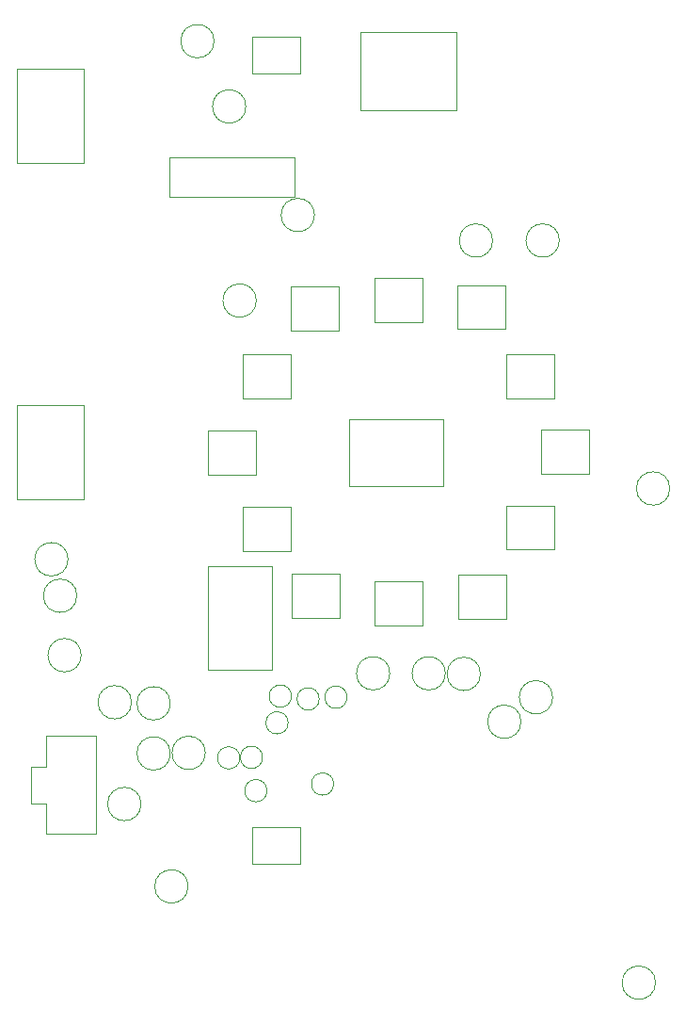
<source format=gbr>
G04 #@! TF.GenerationSoftware,KiCad,Pcbnew,(5.1.9)-1*
G04 #@! TF.CreationDate,2021-01-16T15:24:31-08:00*
G04 #@! TF.ProjectId,SJ-201-R6,534a2d32-3031-42d5-9236-2e6b69636164,rev?*
G04 #@! TF.SameCoordinates,Original*
G04 #@! TF.FileFunction,Other,User*
%FSLAX46Y46*%
G04 Gerber Fmt 4.6, Leading zero omitted, Abs format (unit mm)*
G04 Created by KiCad (PCBNEW (5.1.9)-1) date 2021-01-16 15:24:31*
%MOMM*%
%LPD*%
G01*
G04 APERTURE LIST*
%ADD10C,0.050000*%
G04 APERTURE END LIST*
D10*
G04 #@! TO.C,J10*
X26440000Y-22450000D02*
X26440000Y-26050000D01*
X15240000Y-22450000D02*
X26440000Y-22450000D01*
X15240000Y-26050000D02*
X15240000Y-22450000D01*
X26440000Y-26050000D02*
X15240000Y-26050000D01*
G04 #@! TO.C,GO_2*
X18450000Y-76000000D02*
G75*
G03*
X18450000Y-76000000I-1500000J0D01*
G01*
G04 #@! TO.C,GO_1*
X15300000Y-76050000D02*
G75*
G03*
X15300000Y-76050000I-1500000J0D01*
G01*
G04 #@! TO.C,GI_2*
X15300000Y-71550000D02*
G75*
G03*
X15300000Y-71550000I-1500000J0D01*
G01*
G04 #@! TO.C,GI_1*
X11800000Y-71450000D02*
G75*
G03*
X11800000Y-71450000I-1500000J0D01*
G01*
G04 #@! TO.C,OutR1*
X44300000Y-29950000D02*
G75*
G03*
X44300000Y-29950000I-1500000J0D01*
G01*
G04 #@! TO.C,OutL1*
X50300000Y-29950000D02*
G75*
G03*
X50300000Y-29950000I-1500000J0D01*
G01*
G04 #@! TO.C,U11*
X22649180Y-82649000D02*
X26967180Y-82649000D01*
X26967180Y-82649000D02*
X26967180Y-85951000D01*
X26967180Y-85951000D02*
X22649180Y-85951000D01*
X22649180Y-85951000D02*
X22649180Y-82649000D01*
G04 #@! TO.C,U10*
X22649180Y-11649000D02*
X26967180Y-11649000D01*
X26967180Y-11649000D02*
X26967180Y-14951000D01*
X26967180Y-14951000D02*
X22649180Y-14951000D01*
X22649180Y-14951000D02*
X22649180Y-11649000D01*
G04 #@! TO.C,D3*
X26154380Y-38015520D02*
X26154380Y-34078520D01*
X26154380Y-34078520D02*
X30472380Y-34078520D01*
X30472380Y-34078520D02*
X30472380Y-38015520D01*
X30472380Y-38015520D02*
X26154380Y-38015520D01*
G04 #@! TO.C,D4*
X21836380Y-44111520D02*
X21836380Y-40174520D01*
X21836380Y-40174520D02*
X26154380Y-40174520D01*
X26154380Y-40174520D02*
X26154380Y-44111520D01*
X26154380Y-44111520D02*
X21836380Y-44111520D01*
G04 #@! TO.C,D5*
X18686780Y-50969520D02*
X18686780Y-47032520D01*
X18686780Y-47032520D02*
X23004780Y-47032520D01*
X23004780Y-47032520D02*
X23004780Y-50969520D01*
X23004780Y-50969520D02*
X18686780Y-50969520D01*
G04 #@! TO.C,D6*
X21785580Y-57827520D02*
X21785580Y-53890520D01*
X21785580Y-53890520D02*
X26103580Y-53890520D01*
X26103580Y-53890520D02*
X26103580Y-57827520D01*
X26103580Y-57827520D02*
X21785580Y-57827520D01*
G04 #@! TO.C,D7*
X26205180Y-63872720D02*
X26205180Y-59935720D01*
X26205180Y-59935720D02*
X30523180Y-59935720D01*
X30523180Y-59935720D02*
X30523180Y-63872720D01*
X30523180Y-63872720D02*
X26205180Y-63872720D01*
G04 #@! TO.C,D8*
X33672780Y-64533120D02*
X33672780Y-60596120D01*
X33672780Y-60596120D02*
X37990780Y-60596120D01*
X37990780Y-60596120D02*
X37990780Y-64533120D01*
X37990780Y-64533120D02*
X33672780Y-64533120D01*
G04 #@! TO.C,D9*
X41191180Y-63923520D02*
X41191180Y-59986520D01*
X41191180Y-59986520D02*
X45509180Y-59986520D01*
X45509180Y-59986520D02*
X45509180Y-63923520D01*
X45509180Y-63923520D02*
X41191180Y-63923520D01*
G04 #@! TO.C,D10*
X45559980Y-57725920D02*
X45559980Y-53788920D01*
X45559980Y-53788920D02*
X49877980Y-53788920D01*
X49877980Y-53788920D02*
X49877980Y-57725920D01*
X49877980Y-57725920D02*
X45559980Y-57725920D01*
G04 #@! TO.C,D11*
X48658780Y-50918720D02*
X48658780Y-46981720D01*
X48658780Y-46981720D02*
X52976780Y-46981720D01*
X52976780Y-46981720D02*
X52976780Y-50918720D01*
X52976780Y-50918720D02*
X48658780Y-50918720D01*
G04 #@! TO.C,D12*
X45509180Y-44111520D02*
X45509180Y-40174520D01*
X45509180Y-40174520D02*
X49827180Y-40174520D01*
X49827180Y-40174520D02*
X49827180Y-44111520D01*
X49827180Y-44111520D02*
X45509180Y-44111520D01*
G04 #@! TO.C,D13*
X41140380Y-37913920D02*
X41140380Y-33976920D01*
X41140380Y-33976920D02*
X45458380Y-33976920D01*
X45458380Y-33976920D02*
X45458380Y-37913920D01*
X45458380Y-37913920D02*
X41140380Y-37913920D01*
G04 #@! TO.C,D2*
X33672780Y-37253520D02*
X33672780Y-33316520D01*
X33672780Y-33316520D02*
X37990780Y-33316520D01*
X37990780Y-33316520D02*
X37990780Y-37253520D01*
X37990780Y-37253520D02*
X33672780Y-37253520D01*
G04 #@! TO.C,TP1v8*
X58950000Y-96650000D02*
G75*
G03*
X58950000Y-96650000I-1500000J0D01*
G01*
G04 #@! TO.C,UP1*
X28700000Y-71150000D02*
G75*
G03*
X28700000Y-71150000I-1000000J0D01*
G01*
G04 #@! TO.C,UP0*
X31200000Y-71000000D02*
G75*
G03*
X31200000Y-71000000I-1000000J0D01*
G01*
G04 #@! TO.C,TMS1*
X24000000Y-79400000D02*
G75*
G03*
X24000000Y-79400000I-1000000J0D01*
G01*
G04 #@! TO.C,TD0*
X21550000Y-76450000D02*
G75*
G03*
X21550000Y-76450000I-1000000J0D01*
G01*
G04 #@! TO.C,TDI1*
X23600000Y-76400000D02*
G75*
G03*
X23600000Y-76400000I-1000000J0D01*
G01*
G04 #@! TO.C,TCK1*
X30000000Y-78800000D02*
G75*
G03*
X30000000Y-78800000I-1000000J0D01*
G01*
G04 #@! TO.C,DN0*
X26200000Y-70900000D02*
G75*
G03*
X26200000Y-70900000I-1000000J0D01*
G01*
G04 #@! TO.C,DN1*
X25900000Y-73300000D02*
G75*
G03*
X25900000Y-73300000I-1000000J0D01*
G01*
G04 #@! TO.C,TP4*
X49700000Y-71000000D02*
G75*
G03*
X49700000Y-71000000I-1500000J0D01*
G01*
G04 #@! TO.C,TP3*
X6100000Y-58600000D02*
G75*
G03*
X6100000Y-58600000I-1500000J0D01*
G01*
G04 #@! TO.C,TP1*
X6884800Y-61874400D02*
G75*
G03*
X6884800Y-61874400I-1500000J0D01*
G01*
G04 #@! TO.C,TP5*
X43200000Y-68900000D02*
G75*
G03*
X43200000Y-68900000I-1500000J0D01*
G01*
G04 #@! TO.C,RST_N1*
X16900000Y-88000000D02*
G75*
G03*
X16900000Y-88000000I-1500000J0D01*
G01*
G04 #@! TO.C,TP8*
X40050000Y-68850000D02*
G75*
G03*
X40050000Y-68850000I-1500000J0D01*
G01*
G04 #@! TO.C,TP7*
X35050000Y-68850000D02*
G75*
G03*
X35050000Y-68850000I-1500000J0D01*
G01*
G04 #@! TO.C,TP6*
X46850000Y-73200000D02*
G75*
G03*
X46850000Y-73200000I-1500000J0D01*
G01*
G04 #@! TO.C,TP2*
X28269060Y-27663140D02*
G75*
G03*
X28269060Y-27663140I-1500000J0D01*
G01*
G04 #@! TO.C,TP12v0*
X60240040Y-52237640D02*
G75*
G03*
X60240040Y-52237640I-1500000J0D01*
G01*
G04 #@! TO.C,TP11*
X22099400Y-17901920D02*
G75*
G03*
X22099400Y-17901920I-1500000J0D01*
G01*
G04 #@! TO.C,TP10*
X19239360Y-12034520D02*
G75*
G03*
X19239360Y-12034520I-1500000J0D01*
G01*
G04 #@! TO.C,TP9*
X7281040Y-67218560D02*
G75*
G03*
X7281040Y-67218560I-1500000J0D01*
G01*
G04 #@! TO.C,J5*
X41065700Y-18244700D02*
X32365700Y-18244700D01*
X32365700Y-18244700D02*
X32365700Y-11244700D01*
X32365700Y-11244700D02*
X41065700Y-11244700D01*
X41065700Y-11244700D02*
X41065700Y-18244700D01*
G04 #@! TO.C,TP1V0*
X12663300Y-80594200D02*
G75*
G03*
X12663300Y-80594200I-1500000J0D01*
G01*
G04 #@! TO.C,TP18*
X23034120Y-35346640D02*
G75*
G03*
X23034120Y-35346640I-1500000J0D01*
G01*
G04 #@! TO.C,U9*
X18690000Y-59250000D02*
X24410000Y-59250000D01*
X24410000Y-59250000D02*
X24410000Y-68550000D01*
X24410000Y-68550000D02*
X18690000Y-68550000D01*
X18690000Y-68550000D02*
X18690000Y-59250000D01*
G04 #@! TO.C,SW1*
X4084900Y-83282240D02*
X8634900Y-83282240D01*
X4084900Y-80532240D02*
X4084900Y-83282240D01*
X2784900Y-80532240D02*
X4084900Y-80532240D01*
X2784900Y-77232240D02*
X2784900Y-80532240D01*
X4084900Y-77232240D02*
X2784900Y-77232240D01*
X4084900Y-74482240D02*
X4084900Y-77232240D01*
X8634900Y-74482240D02*
X4084900Y-74482240D01*
X8634900Y-83282240D02*
X8634900Y-74482240D01*
G04 #@! TO.C,S3*
X31360800Y-45993400D02*
X31360800Y-51993400D01*
X39860800Y-45993400D02*
X31360800Y-45993400D01*
X39860800Y-51993400D02*
X39860800Y-45993400D01*
X31360800Y-51993400D02*
X39860800Y-51993400D01*
G04 #@! TO.C,S2*
X1478020Y-53250000D02*
X7478020Y-53250000D01*
X1478020Y-44750000D02*
X1478020Y-53250000D01*
X7478020Y-44750000D02*
X1478020Y-44750000D01*
X7478020Y-53250000D02*
X7478020Y-44750000D01*
G04 #@! TO.C,S1*
X1472940Y-22990120D02*
X7472940Y-22990120D01*
X1472940Y-14490120D02*
X1472940Y-22990120D01*
X7472940Y-14490120D02*
X1472940Y-14490120D01*
X7472940Y-22990120D02*
X7472940Y-14490120D01*
G04 #@! TD*
M02*

</source>
